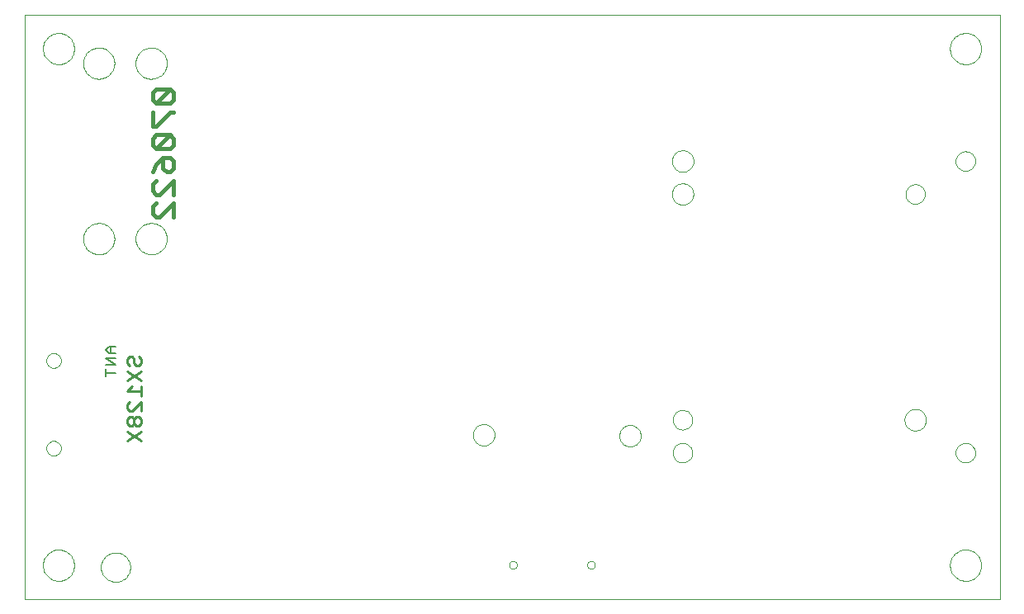
<source format=gbo>
G75*
%MOIN*%
%OFA0B0*%
%FSLAX24Y24*%
%IPPOS*%
%LPD*%
%AMOC8*
5,1,8,0,0,1.08239X$1,22.5*
%
%ADD10C,0.0000*%
%ADD11C,0.0100*%
%ADD12C,0.0080*%
%ADD13C,0.0150*%
D10*
X004227Y002440D02*
X043597Y002440D01*
X043597Y026062D01*
X004227Y026062D01*
X004227Y002440D01*
X004975Y003818D02*
X004977Y003868D01*
X004983Y003918D01*
X004993Y003967D01*
X005007Y004015D01*
X005024Y004062D01*
X005045Y004107D01*
X005070Y004151D01*
X005098Y004192D01*
X005130Y004231D01*
X005164Y004268D01*
X005201Y004302D01*
X005241Y004332D01*
X005283Y004359D01*
X005327Y004383D01*
X005373Y004404D01*
X005420Y004420D01*
X005468Y004433D01*
X005518Y004442D01*
X005567Y004447D01*
X005618Y004448D01*
X005668Y004445D01*
X005717Y004438D01*
X005766Y004427D01*
X005814Y004412D01*
X005860Y004394D01*
X005905Y004372D01*
X005948Y004346D01*
X005989Y004317D01*
X006028Y004285D01*
X006064Y004250D01*
X006096Y004212D01*
X006126Y004172D01*
X006153Y004129D01*
X006176Y004085D01*
X006195Y004039D01*
X006211Y003991D01*
X006223Y003942D01*
X006231Y003893D01*
X006235Y003843D01*
X006235Y003793D01*
X006231Y003743D01*
X006223Y003694D01*
X006211Y003645D01*
X006195Y003597D01*
X006176Y003551D01*
X006153Y003507D01*
X006126Y003464D01*
X006096Y003424D01*
X006064Y003386D01*
X006028Y003351D01*
X005989Y003319D01*
X005948Y003290D01*
X005905Y003264D01*
X005860Y003242D01*
X005814Y003224D01*
X005766Y003209D01*
X005717Y003198D01*
X005668Y003191D01*
X005618Y003188D01*
X005567Y003189D01*
X005518Y003194D01*
X005468Y003203D01*
X005420Y003216D01*
X005373Y003232D01*
X005327Y003253D01*
X005283Y003277D01*
X005241Y003304D01*
X005201Y003334D01*
X005164Y003368D01*
X005130Y003405D01*
X005098Y003444D01*
X005070Y003485D01*
X005045Y003529D01*
X005024Y003574D01*
X005007Y003621D01*
X004993Y003669D01*
X004983Y003718D01*
X004977Y003768D01*
X004975Y003818D01*
X007317Y003739D02*
X007319Y003787D01*
X007325Y003835D01*
X007335Y003882D01*
X007348Y003928D01*
X007366Y003973D01*
X007386Y004017D01*
X007411Y004059D01*
X007439Y004098D01*
X007469Y004135D01*
X007503Y004169D01*
X007540Y004201D01*
X007578Y004230D01*
X007619Y004255D01*
X007662Y004277D01*
X007707Y004295D01*
X007753Y004309D01*
X007800Y004320D01*
X007848Y004327D01*
X007896Y004330D01*
X007944Y004329D01*
X007992Y004324D01*
X008040Y004315D01*
X008086Y004303D01*
X008131Y004286D01*
X008175Y004266D01*
X008217Y004243D01*
X008257Y004216D01*
X008295Y004186D01*
X008330Y004153D01*
X008362Y004117D01*
X008392Y004079D01*
X008418Y004038D01*
X008440Y003995D01*
X008460Y003951D01*
X008475Y003906D01*
X008487Y003859D01*
X008495Y003811D01*
X008499Y003763D01*
X008499Y003715D01*
X008495Y003667D01*
X008487Y003619D01*
X008475Y003572D01*
X008460Y003527D01*
X008440Y003483D01*
X008418Y003440D01*
X008392Y003399D01*
X008362Y003361D01*
X008330Y003325D01*
X008295Y003292D01*
X008257Y003262D01*
X008217Y003235D01*
X008175Y003212D01*
X008131Y003192D01*
X008086Y003175D01*
X008040Y003163D01*
X007992Y003154D01*
X007944Y003149D01*
X007896Y003148D01*
X007848Y003151D01*
X007800Y003158D01*
X007753Y003169D01*
X007707Y003183D01*
X007662Y003201D01*
X007619Y003223D01*
X007578Y003248D01*
X007540Y003277D01*
X007503Y003309D01*
X007469Y003343D01*
X007439Y003380D01*
X007411Y003419D01*
X007386Y003461D01*
X007366Y003505D01*
X007348Y003550D01*
X007335Y003596D01*
X007325Y003643D01*
X007319Y003691D01*
X007317Y003739D01*
X005113Y008542D02*
X005115Y008576D01*
X005121Y008610D01*
X005131Y008643D01*
X005144Y008674D01*
X005162Y008704D01*
X005182Y008732D01*
X005206Y008757D01*
X005232Y008779D01*
X005260Y008797D01*
X005291Y008813D01*
X005323Y008825D01*
X005357Y008833D01*
X005391Y008837D01*
X005425Y008837D01*
X005459Y008833D01*
X005493Y008825D01*
X005525Y008813D01*
X005555Y008797D01*
X005584Y008779D01*
X005610Y008757D01*
X005634Y008732D01*
X005654Y008704D01*
X005672Y008674D01*
X005685Y008643D01*
X005695Y008610D01*
X005701Y008576D01*
X005703Y008542D01*
X005701Y008508D01*
X005695Y008474D01*
X005685Y008441D01*
X005672Y008410D01*
X005654Y008380D01*
X005634Y008352D01*
X005610Y008327D01*
X005584Y008305D01*
X005556Y008287D01*
X005525Y008271D01*
X005493Y008259D01*
X005459Y008251D01*
X005425Y008247D01*
X005391Y008247D01*
X005357Y008251D01*
X005323Y008259D01*
X005291Y008271D01*
X005260Y008287D01*
X005232Y008305D01*
X005206Y008327D01*
X005182Y008352D01*
X005162Y008380D01*
X005144Y008410D01*
X005131Y008441D01*
X005121Y008474D01*
X005115Y008508D01*
X005113Y008542D01*
X005113Y012086D02*
X005115Y012120D01*
X005121Y012154D01*
X005131Y012187D01*
X005144Y012218D01*
X005162Y012248D01*
X005182Y012276D01*
X005206Y012301D01*
X005232Y012323D01*
X005260Y012341D01*
X005291Y012357D01*
X005323Y012369D01*
X005357Y012377D01*
X005391Y012381D01*
X005425Y012381D01*
X005459Y012377D01*
X005493Y012369D01*
X005525Y012357D01*
X005555Y012341D01*
X005584Y012323D01*
X005610Y012301D01*
X005634Y012276D01*
X005654Y012248D01*
X005672Y012218D01*
X005685Y012187D01*
X005695Y012154D01*
X005701Y012120D01*
X005703Y012086D01*
X005701Y012052D01*
X005695Y012018D01*
X005685Y011985D01*
X005672Y011954D01*
X005654Y011924D01*
X005634Y011896D01*
X005610Y011871D01*
X005584Y011849D01*
X005556Y011831D01*
X005525Y011815D01*
X005493Y011803D01*
X005459Y011795D01*
X005425Y011791D01*
X005391Y011791D01*
X005357Y011795D01*
X005323Y011803D01*
X005291Y011815D01*
X005260Y011831D01*
X005232Y011849D01*
X005206Y011871D01*
X005182Y011896D01*
X005162Y011924D01*
X005144Y011954D01*
X005131Y011985D01*
X005121Y012018D01*
X005115Y012052D01*
X005113Y012086D01*
X006601Y017007D02*
X006603Y017057D01*
X006609Y017107D01*
X006619Y017156D01*
X006633Y017204D01*
X006650Y017251D01*
X006671Y017296D01*
X006696Y017340D01*
X006724Y017381D01*
X006756Y017420D01*
X006790Y017457D01*
X006827Y017491D01*
X006867Y017521D01*
X006909Y017548D01*
X006953Y017572D01*
X006999Y017593D01*
X007046Y017609D01*
X007094Y017622D01*
X007144Y017631D01*
X007193Y017636D01*
X007244Y017637D01*
X007294Y017634D01*
X007343Y017627D01*
X007392Y017616D01*
X007440Y017601D01*
X007486Y017583D01*
X007531Y017561D01*
X007574Y017535D01*
X007615Y017506D01*
X007654Y017474D01*
X007690Y017439D01*
X007722Y017401D01*
X007752Y017361D01*
X007779Y017318D01*
X007802Y017274D01*
X007821Y017228D01*
X007837Y017180D01*
X007849Y017131D01*
X007857Y017082D01*
X007861Y017032D01*
X007861Y016982D01*
X007857Y016932D01*
X007849Y016883D01*
X007837Y016834D01*
X007821Y016786D01*
X007802Y016740D01*
X007779Y016696D01*
X007752Y016653D01*
X007722Y016613D01*
X007690Y016575D01*
X007654Y016540D01*
X007615Y016508D01*
X007574Y016479D01*
X007531Y016453D01*
X007486Y016431D01*
X007440Y016413D01*
X007392Y016398D01*
X007343Y016387D01*
X007294Y016380D01*
X007244Y016377D01*
X007193Y016378D01*
X007144Y016383D01*
X007094Y016392D01*
X007046Y016405D01*
X006999Y016421D01*
X006953Y016442D01*
X006909Y016466D01*
X006867Y016493D01*
X006827Y016523D01*
X006790Y016557D01*
X006756Y016594D01*
X006724Y016633D01*
X006696Y016674D01*
X006671Y016718D01*
X006650Y016763D01*
X006633Y016810D01*
X006619Y016858D01*
X006609Y016907D01*
X006603Y016957D01*
X006601Y017007D01*
X008715Y017007D02*
X008717Y017057D01*
X008723Y017107D01*
X008733Y017156D01*
X008747Y017204D01*
X008764Y017251D01*
X008785Y017296D01*
X008810Y017340D01*
X008838Y017381D01*
X008870Y017420D01*
X008904Y017457D01*
X008941Y017491D01*
X008981Y017521D01*
X009023Y017548D01*
X009067Y017572D01*
X009113Y017593D01*
X009160Y017609D01*
X009208Y017622D01*
X009258Y017631D01*
X009307Y017636D01*
X009358Y017637D01*
X009408Y017634D01*
X009457Y017627D01*
X009506Y017616D01*
X009554Y017601D01*
X009600Y017583D01*
X009645Y017561D01*
X009688Y017535D01*
X009729Y017506D01*
X009768Y017474D01*
X009804Y017439D01*
X009836Y017401D01*
X009866Y017361D01*
X009893Y017318D01*
X009916Y017274D01*
X009935Y017228D01*
X009951Y017180D01*
X009963Y017131D01*
X009971Y017082D01*
X009975Y017032D01*
X009975Y016982D01*
X009971Y016932D01*
X009963Y016883D01*
X009951Y016834D01*
X009935Y016786D01*
X009916Y016740D01*
X009893Y016696D01*
X009866Y016653D01*
X009836Y016613D01*
X009804Y016575D01*
X009768Y016540D01*
X009729Y016508D01*
X009688Y016479D01*
X009645Y016453D01*
X009600Y016431D01*
X009554Y016413D01*
X009506Y016398D01*
X009457Y016387D01*
X009408Y016380D01*
X009358Y016377D01*
X009307Y016378D01*
X009258Y016383D01*
X009208Y016392D01*
X009160Y016405D01*
X009113Y016421D01*
X009067Y016442D01*
X009023Y016466D01*
X008981Y016493D01*
X008941Y016523D01*
X008904Y016557D01*
X008870Y016594D01*
X008838Y016633D01*
X008810Y016674D01*
X008785Y016718D01*
X008764Y016763D01*
X008747Y016810D01*
X008733Y016858D01*
X008723Y016907D01*
X008717Y016957D01*
X008715Y017007D01*
X008715Y024094D02*
X008717Y024144D01*
X008723Y024194D01*
X008733Y024243D01*
X008747Y024291D01*
X008764Y024338D01*
X008785Y024383D01*
X008810Y024427D01*
X008838Y024468D01*
X008870Y024507D01*
X008904Y024544D01*
X008941Y024578D01*
X008981Y024608D01*
X009023Y024635D01*
X009067Y024659D01*
X009113Y024680D01*
X009160Y024696D01*
X009208Y024709D01*
X009258Y024718D01*
X009307Y024723D01*
X009358Y024724D01*
X009408Y024721D01*
X009457Y024714D01*
X009506Y024703D01*
X009554Y024688D01*
X009600Y024670D01*
X009645Y024648D01*
X009688Y024622D01*
X009729Y024593D01*
X009768Y024561D01*
X009804Y024526D01*
X009836Y024488D01*
X009866Y024448D01*
X009893Y024405D01*
X009916Y024361D01*
X009935Y024315D01*
X009951Y024267D01*
X009963Y024218D01*
X009971Y024169D01*
X009975Y024119D01*
X009975Y024069D01*
X009971Y024019D01*
X009963Y023970D01*
X009951Y023921D01*
X009935Y023873D01*
X009916Y023827D01*
X009893Y023783D01*
X009866Y023740D01*
X009836Y023700D01*
X009804Y023662D01*
X009768Y023627D01*
X009729Y023595D01*
X009688Y023566D01*
X009645Y023540D01*
X009600Y023518D01*
X009554Y023500D01*
X009506Y023485D01*
X009457Y023474D01*
X009408Y023467D01*
X009358Y023464D01*
X009307Y023465D01*
X009258Y023470D01*
X009208Y023479D01*
X009160Y023492D01*
X009113Y023508D01*
X009067Y023529D01*
X009023Y023553D01*
X008981Y023580D01*
X008941Y023610D01*
X008904Y023644D01*
X008870Y023681D01*
X008838Y023720D01*
X008810Y023761D01*
X008785Y023805D01*
X008764Y023850D01*
X008747Y023897D01*
X008733Y023945D01*
X008723Y023994D01*
X008717Y024044D01*
X008715Y024094D01*
X006601Y024094D02*
X006603Y024144D01*
X006609Y024194D01*
X006619Y024243D01*
X006633Y024291D01*
X006650Y024338D01*
X006671Y024383D01*
X006696Y024427D01*
X006724Y024468D01*
X006756Y024507D01*
X006790Y024544D01*
X006827Y024578D01*
X006867Y024608D01*
X006909Y024635D01*
X006953Y024659D01*
X006999Y024680D01*
X007046Y024696D01*
X007094Y024709D01*
X007144Y024718D01*
X007193Y024723D01*
X007244Y024724D01*
X007294Y024721D01*
X007343Y024714D01*
X007392Y024703D01*
X007440Y024688D01*
X007486Y024670D01*
X007531Y024648D01*
X007574Y024622D01*
X007615Y024593D01*
X007654Y024561D01*
X007690Y024526D01*
X007722Y024488D01*
X007752Y024448D01*
X007779Y024405D01*
X007802Y024361D01*
X007821Y024315D01*
X007837Y024267D01*
X007849Y024218D01*
X007857Y024169D01*
X007861Y024119D01*
X007861Y024069D01*
X007857Y024019D01*
X007849Y023970D01*
X007837Y023921D01*
X007821Y023873D01*
X007802Y023827D01*
X007779Y023783D01*
X007752Y023740D01*
X007722Y023700D01*
X007690Y023662D01*
X007654Y023627D01*
X007615Y023595D01*
X007574Y023566D01*
X007531Y023540D01*
X007486Y023518D01*
X007440Y023500D01*
X007392Y023485D01*
X007343Y023474D01*
X007294Y023467D01*
X007244Y023464D01*
X007193Y023465D01*
X007144Y023470D01*
X007094Y023479D01*
X007046Y023492D01*
X006999Y023508D01*
X006953Y023529D01*
X006909Y023553D01*
X006867Y023580D01*
X006827Y023610D01*
X006790Y023644D01*
X006756Y023681D01*
X006724Y023720D01*
X006696Y023761D01*
X006671Y023805D01*
X006650Y023850D01*
X006633Y023897D01*
X006619Y023945D01*
X006609Y023994D01*
X006603Y024044D01*
X006601Y024094D01*
X004975Y024684D02*
X004977Y024734D01*
X004983Y024784D01*
X004993Y024833D01*
X005007Y024881D01*
X005024Y024928D01*
X005045Y024973D01*
X005070Y025017D01*
X005098Y025058D01*
X005130Y025097D01*
X005164Y025134D01*
X005201Y025168D01*
X005241Y025198D01*
X005283Y025225D01*
X005327Y025249D01*
X005373Y025270D01*
X005420Y025286D01*
X005468Y025299D01*
X005518Y025308D01*
X005567Y025313D01*
X005618Y025314D01*
X005668Y025311D01*
X005717Y025304D01*
X005766Y025293D01*
X005814Y025278D01*
X005860Y025260D01*
X005905Y025238D01*
X005948Y025212D01*
X005989Y025183D01*
X006028Y025151D01*
X006064Y025116D01*
X006096Y025078D01*
X006126Y025038D01*
X006153Y024995D01*
X006176Y024951D01*
X006195Y024905D01*
X006211Y024857D01*
X006223Y024808D01*
X006231Y024759D01*
X006235Y024709D01*
X006235Y024659D01*
X006231Y024609D01*
X006223Y024560D01*
X006211Y024511D01*
X006195Y024463D01*
X006176Y024417D01*
X006153Y024373D01*
X006126Y024330D01*
X006096Y024290D01*
X006064Y024252D01*
X006028Y024217D01*
X005989Y024185D01*
X005948Y024156D01*
X005905Y024130D01*
X005860Y024108D01*
X005814Y024090D01*
X005766Y024075D01*
X005717Y024064D01*
X005668Y024057D01*
X005618Y024054D01*
X005567Y024055D01*
X005518Y024060D01*
X005468Y024069D01*
X005420Y024082D01*
X005373Y024098D01*
X005327Y024119D01*
X005283Y024143D01*
X005241Y024170D01*
X005201Y024200D01*
X005164Y024234D01*
X005130Y024271D01*
X005098Y024310D01*
X005070Y024351D01*
X005045Y024395D01*
X005024Y024440D01*
X005007Y024487D01*
X004993Y024535D01*
X004983Y024584D01*
X004977Y024634D01*
X004975Y024684D01*
X030368Y020141D02*
X030370Y020182D01*
X030376Y020223D01*
X030386Y020263D01*
X030399Y020302D01*
X030416Y020339D01*
X030437Y020375D01*
X030461Y020409D01*
X030488Y020440D01*
X030517Y020468D01*
X030550Y020494D01*
X030584Y020516D01*
X030621Y020535D01*
X030659Y020550D01*
X030699Y020562D01*
X030739Y020570D01*
X030780Y020574D01*
X030822Y020574D01*
X030863Y020570D01*
X030903Y020562D01*
X030943Y020550D01*
X030981Y020535D01*
X031017Y020516D01*
X031052Y020494D01*
X031085Y020468D01*
X031114Y020440D01*
X031141Y020409D01*
X031165Y020375D01*
X031186Y020339D01*
X031203Y020302D01*
X031216Y020263D01*
X031226Y020223D01*
X031232Y020182D01*
X031234Y020141D01*
X031232Y020100D01*
X031226Y020059D01*
X031216Y020019D01*
X031203Y019980D01*
X031186Y019943D01*
X031165Y019907D01*
X031141Y019873D01*
X031114Y019842D01*
X031085Y019814D01*
X031052Y019788D01*
X031018Y019766D01*
X030981Y019747D01*
X030943Y019732D01*
X030903Y019720D01*
X030863Y019712D01*
X030822Y019708D01*
X030780Y019708D01*
X030739Y019712D01*
X030699Y019720D01*
X030659Y019732D01*
X030621Y019747D01*
X030585Y019766D01*
X030550Y019788D01*
X030517Y019814D01*
X030488Y019842D01*
X030461Y019873D01*
X030437Y019907D01*
X030416Y019943D01*
X030399Y019980D01*
X030386Y020019D01*
X030376Y020059D01*
X030370Y020100D01*
X030368Y020141D01*
X030364Y018810D02*
X030366Y018851D01*
X030372Y018892D01*
X030382Y018932D01*
X030395Y018971D01*
X030412Y019008D01*
X030433Y019044D01*
X030457Y019078D01*
X030484Y019109D01*
X030513Y019137D01*
X030546Y019163D01*
X030580Y019185D01*
X030617Y019204D01*
X030655Y019219D01*
X030695Y019231D01*
X030735Y019239D01*
X030776Y019243D01*
X030818Y019243D01*
X030859Y019239D01*
X030899Y019231D01*
X030939Y019219D01*
X030977Y019204D01*
X031013Y019185D01*
X031048Y019163D01*
X031081Y019137D01*
X031110Y019109D01*
X031137Y019078D01*
X031161Y019044D01*
X031182Y019008D01*
X031199Y018971D01*
X031212Y018932D01*
X031222Y018892D01*
X031228Y018851D01*
X031230Y018810D01*
X031228Y018769D01*
X031222Y018728D01*
X031212Y018688D01*
X031199Y018649D01*
X031182Y018612D01*
X031161Y018576D01*
X031137Y018542D01*
X031110Y018511D01*
X031081Y018483D01*
X031048Y018457D01*
X031014Y018435D01*
X030977Y018416D01*
X030939Y018401D01*
X030899Y018389D01*
X030859Y018381D01*
X030818Y018377D01*
X030776Y018377D01*
X030735Y018381D01*
X030695Y018389D01*
X030655Y018401D01*
X030617Y018416D01*
X030581Y018435D01*
X030546Y018457D01*
X030513Y018483D01*
X030484Y018511D01*
X030457Y018542D01*
X030433Y018576D01*
X030412Y018612D01*
X030395Y018649D01*
X030382Y018688D01*
X030372Y018728D01*
X030366Y018769D01*
X030364Y018810D01*
X039793Y018810D02*
X039795Y018849D01*
X039801Y018888D01*
X039811Y018926D01*
X039824Y018963D01*
X039841Y018998D01*
X039861Y019032D01*
X039885Y019063D01*
X039912Y019092D01*
X039941Y019118D01*
X039973Y019141D01*
X040007Y019161D01*
X040043Y019177D01*
X040080Y019189D01*
X040119Y019198D01*
X040158Y019203D01*
X040197Y019204D01*
X040236Y019201D01*
X040275Y019194D01*
X040312Y019183D01*
X040349Y019169D01*
X040384Y019151D01*
X040417Y019130D01*
X040448Y019105D01*
X040476Y019078D01*
X040501Y019048D01*
X040523Y019015D01*
X040542Y018981D01*
X040557Y018945D01*
X040569Y018907D01*
X040577Y018869D01*
X040581Y018830D01*
X040581Y018790D01*
X040577Y018751D01*
X040569Y018713D01*
X040557Y018675D01*
X040542Y018639D01*
X040523Y018605D01*
X040501Y018572D01*
X040476Y018542D01*
X040448Y018515D01*
X040417Y018490D01*
X040384Y018469D01*
X040349Y018451D01*
X040312Y018437D01*
X040275Y018426D01*
X040236Y018419D01*
X040197Y018416D01*
X040158Y018417D01*
X040119Y018422D01*
X040080Y018431D01*
X040043Y018443D01*
X040007Y018459D01*
X039973Y018479D01*
X039941Y018502D01*
X039912Y018528D01*
X039885Y018557D01*
X039861Y018588D01*
X039841Y018622D01*
X039824Y018657D01*
X039811Y018694D01*
X039801Y018732D01*
X039795Y018771D01*
X039793Y018810D01*
X041817Y020141D02*
X041819Y020180D01*
X041825Y020219D01*
X041835Y020257D01*
X041848Y020294D01*
X041865Y020329D01*
X041885Y020363D01*
X041909Y020394D01*
X041936Y020423D01*
X041965Y020449D01*
X041997Y020472D01*
X042031Y020492D01*
X042067Y020508D01*
X042104Y020520D01*
X042143Y020529D01*
X042182Y020534D01*
X042221Y020535D01*
X042260Y020532D01*
X042299Y020525D01*
X042336Y020514D01*
X042373Y020500D01*
X042408Y020482D01*
X042441Y020461D01*
X042472Y020436D01*
X042500Y020409D01*
X042525Y020379D01*
X042547Y020346D01*
X042566Y020312D01*
X042581Y020276D01*
X042593Y020238D01*
X042601Y020200D01*
X042605Y020161D01*
X042605Y020121D01*
X042601Y020082D01*
X042593Y020044D01*
X042581Y020006D01*
X042566Y019970D01*
X042547Y019936D01*
X042525Y019903D01*
X042500Y019873D01*
X042472Y019846D01*
X042441Y019821D01*
X042408Y019800D01*
X042373Y019782D01*
X042336Y019768D01*
X042299Y019757D01*
X042260Y019750D01*
X042221Y019747D01*
X042182Y019748D01*
X042143Y019753D01*
X042104Y019762D01*
X042067Y019774D01*
X042031Y019790D01*
X041997Y019810D01*
X041965Y019833D01*
X041936Y019859D01*
X041909Y019888D01*
X041885Y019919D01*
X041865Y019953D01*
X041848Y019988D01*
X041835Y020025D01*
X041825Y020063D01*
X041819Y020102D01*
X041817Y020141D01*
X041589Y024684D02*
X041591Y024734D01*
X041597Y024784D01*
X041607Y024833D01*
X041621Y024881D01*
X041638Y024928D01*
X041659Y024973D01*
X041684Y025017D01*
X041712Y025058D01*
X041744Y025097D01*
X041778Y025134D01*
X041815Y025168D01*
X041855Y025198D01*
X041897Y025225D01*
X041941Y025249D01*
X041987Y025270D01*
X042034Y025286D01*
X042082Y025299D01*
X042132Y025308D01*
X042181Y025313D01*
X042232Y025314D01*
X042282Y025311D01*
X042331Y025304D01*
X042380Y025293D01*
X042428Y025278D01*
X042474Y025260D01*
X042519Y025238D01*
X042562Y025212D01*
X042603Y025183D01*
X042642Y025151D01*
X042678Y025116D01*
X042710Y025078D01*
X042740Y025038D01*
X042767Y024995D01*
X042790Y024951D01*
X042809Y024905D01*
X042825Y024857D01*
X042837Y024808D01*
X042845Y024759D01*
X042849Y024709D01*
X042849Y024659D01*
X042845Y024609D01*
X042837Y024560D01*
X042825Y024511D01*
X042809Y024463D01*
X042790Y024417D01*
X042767Y024373D01*
X042740Y024330D01*
X042710Y024290D01*
X042678Y024252D01*
X042642Y024217D01*
X042603Y024185D01*
X042562Y024156D01*
X042519Y024130D01*
X042474Y024108D01*
X042428Y024090D01*
X042380Y024075D01*
X042331Y024064D01*
X042282Y024057D01*
X042232Y024054D01*
X042181Y024055D01*
X042132Y024060D01*
X042082Y024069D01*
X042034Y024082D01*
X041987Y024098D01*
X041941Y024119D01*
X041897Y024143D01*
X041855Y024170D01*
X041815Y024200D01*
X041778Y024234D01*
X041744Y024271D01*
X041712Y024310D01*
X041684Y024351D01*
X041659Y024395D01*
X041638Y024440D01*
X041621Y024487D01*
X041607Y024535D01*
X041597Y024584D01*
X041591Y024634D01*
X041589Y024684D01*
X039754Y009692D02*
X039756Y009733D01*
X039762Y009774D01*
X039772Y009814D01*
X039785Y009853D01*
X039802Y009890D01*
X039823Y009926D01*
X039847Y009960D01*
X039874Y009991D01*
X039903Y010019D01*
X039936Y010045D01*
X039970Y010067D01*
X040007Y010086D01*
X040045Y010101D01*
X040085Y010113D01*
X040125Y010121D01*
X040166Y010125D01*
X040208Y010125D01*
X040249Y010121D01*
X040289Y010113D01*
X040329Y010101D01*
X040367Y010086D01*
X040403Y010067D01*
X040438Y010045D01*
X040471Y010019D01*
X040500Y009991D01*
X040527Y009960D01*
X040551Y009926D01*
X040572Y009890D01*
X040589Y009853D01*
X040602Y009814D01*
X040612Y009774D01*
X040618Y009733D01*
X040620Y009692D01*
X040618Y009651D01*
X040612Y009610D01*
X040602Y009570D01*
X040589Y009531D01*
X040572Y009494D01*
X040551Y009458D01*
X040527Y009424D01*
X040500Y009393D01*
X040471Y009365D01*
X040438Y009339D01*
X040404Y009317D01*
X040367Y009298D01*
X040329Y009283D01*
X040289Y009271D01*
X040249Y009263D01*
X040208Y009259D01*
X040166Y009259D01*
X040125Y009263D01*
X040085Y009271D01*
X040045Y009283D01*
X040007Y009298D01*
X039971Y009317D01*
X039936Y009339D01*
X039903Y009365D01*
X039874Y009393D01*
X039847Y009424D01*
X039823Y009458D01*
X039802Y009494D01*
X039785Y009531D01*
X039772Y009570D01*
X039762Y009610D01*
X039756Y009651D01*
X039754Y009692D01*
X041817Y008361D02*
X041819Y008400D01*
X041825Y008439D01*
X041835Y008477D01*
X041848Y008514D01*
X041865Y008549D01*
X041885Y008583D01*
X041909Y008614D01*
X041936Y008643D01*
X041965Y008669D01*
X041997Y008692D01*
X042031Y008712D01*
X042067Y008728D01*
X042104Y008740D01*
X042143Y008749D01*
X042182Y008754D01*
X042221Y008755D01*
X042260Y008752D01*
X042299Y008745D01*
X042336Y008734D01*
X042373Y008720D01*
X042408Y008702D01*
X042441Y008681D01*
X042472Y008656D01*
X042500Y008629D01*
X042525Y008599D01*
X042547Y008566D01*
X042566Y008532D01*
X042581Y008496D01*
X042593Y008458D01*
X042601Y008420D01*
X042605Y008381D01*
X042605Y008341D01*
X042601Y008302D01*
X042593Y008264D01*
X042581Y008226D01*
X042566Y008190D01*
X042547Y008156D01*
X042525Y008123D01*
X042500Y008093D01*
X042472Y008066D01*
X042441Y008041D01*
X042408Y008020D01*
X042373Y008002D01*
X042336Y007988D01*
X042299Y007977D01*
X042260Y007970D01*
X042221Y007967D01*
X042182Y007968D01*
X042143Y007973D01*
X042104Y007982D01*
X042067Y007994D01*
X042031Y008010D01*
X041997Y008030D01*
X041965Y008053D01*
X041936Y008079D01*
X041909Y008108D01*
X041885Y008139D01*
X041865Y008173D01*
X041848Y008208D01*
X041835Y008245D01*
X041825Y008283D01*
X041819Y008322D01*
X041817Y008361D01*
X041589Y003818D02*
X041591Y003868D01*
X041597Y003918D01*
X041607Y003967D01*
X041621Y004015D01*
X041638Y004062D01*
X041659Y004107D01*
X041684Y004151D01*
X041712Y004192D01*
X041744Y004231D01*
X041778Y004268D01*
X041815Y004302D01*
X041855Y004332D01*
X041897Y004359D01*
X041941Y004383D01*
X041987Y004404D01*
X042034Y004420D01*
X042082Y004433D01*
X042132Y004442D01*
X042181Y004447D01*
X042232Y004448D01*
X042282Y004445D01*
X042331Y004438D01*
X042380Y004427D01*
X042428Y004412D01*
X042474Y004394D01*
X042519Y004372D01*
X042562Y004346D01*
X042603Y004317D01*
X042642Y004285D01*
X042678Y004250D01*
X042710Y004212D01*
X042740Y004172D01*
X042767Y004129D01*
X042790Y004085D01*
X042809Y004039D01*
X042825Y003991D01*
X042837Y003942D01*
X042845Y003893D01*
X042849Y003843D01*
X042849Y003793D01*
X042845Y003743D01*
X042837Y003694D01*
X042825Y003645D01*
X042809Y003597D01*
X042790Y003551D01*
X042767Y003507D01*
X042740Y003464D01*
X042710Y003424D01*
X042678Y003386D01*
X042642Y003351D01*
X042603Y003319D01*
X042562Y003290D01*
X042519Y003264D01*
X042474Y003242D01*
X042428Y003224D01*
X042380Y003209D01*
X042331Y003198D01*
X042282Y003191D01*
X042232Y003188D01*
X042181Y003189D01*
X042132Y003194D01*
X042082Y003203D01*
X042034Y003216D01*
X041987Y003232D01*
X041941Y003253D01*
X041897Y003277D01*
X041855Y003304D01*
X041815Y003334D01*
X041778Y003368D01*
X041744Y003405D01*
X041712Y003444D01*
X041684Y003485D01*
X041659Y003529D01*
X041638Y003574D01*
X041621Y003621D01*
X041607Y003669D01*
X041597Y003718D01*
X041591Y003768D01*
X041589Y003818D01*
X030400Y008361D02*
X030402Y008400D01*
X030408Y008439D01*
X030418Y008477D01*
X030431Y008514D01*
X030448Y008549D01*
X030468Y008583D01*
X030492Y008614D01*
X030519Y008643D01*
X030548Y008669D01*
X030580Y008692D01*
X030614Y008712D01*
X030650Y008728D01*
X030687Y008740D01*
X030726Y008749D01*
X030765Y008754D01*
X030804Y008755D01*
X030843Y008752D01*
X030882Y008745D01*
X030919Y008734D01*
X030956Y008720D01*
X030991Y008702D01*
X031024Y008681D01*
X031055Y008656D01*
X031083Y008629D01*
X031108Y008599D01*
X031130Y008566D01*
X031149Y008532D01*
X031164Y008496D01*
X031176Y008458D01*
X031184Y008420D01*
X031188Y008381D01*
X031188Y008341D01*
X031184Y008302D01*
X031176Y008264D01*
X031164Y008226D01*
X031149Y008190D01*
X031130Y008156D01*
X031108Y008123D01*
X031083Y008093D01*
X031055Y008066D01*
X031024Y008041D01*
X030991Y008020D01*
X030956Y008002D01*
X030919Y007988D01*
X030882Y007977D01*
X030843Y007970D01*
X030804Y007967D01*
X030765Y007968D01*
X030726Y007973D01*
X030687Y007982D01*
X030650Y007994D01*
X030614Y008010D01*
X030580Y008030D01*
X030548Y008053D01*
X030519Y008079D01*
X030492Y008108D01*
X030468Y008139D01*
X030448Y008173D01*
X030431Y008208D01*
X030418Y008245D01*
X030408Y008283D01*
X030402Y008322D01*
X030400Y008361D01*
X028242Y009046D02*
X028244Y009087D01*
X028250Y009128D01*
X028260Y009168D01*
X028273Y009207D01*
X028290Y009244D01*
X028311Y009280D01*
X028335Y009314D01*
X028362Y009345D01*
X028391Y009373D01*
X028424Y009399D01*
X028458Y009421D01*
X028495Y009440D01*
X028533Y009455D01*
X028573Y009467D01*
X028613Y009475D01*
X028654Y009479D01*
X028696Y009479D01*
X028737Y009475D01*
X028777Y009467D01*
X028817Y009455D01*
X028855Y009440D01*
X028891Y009421D01*
X028926Y009399D01*
X028959Y009373D01*
X028988Y009345D01*
X029015Y009314D01*
X029039Y009280D01*
X029060Y009244D01*
X029077Y009207D01*
X029090Y009168D01*
X029100Y009128D01*
X029106Y009087D01*
X029108Y009046D01*
X029106Y009005D01*
X029100Y008964D01*
X029090Y008924D01*
X029077Y008885D01*
X029060Y008848D01*
X029039Y008812D01*
X029015Y008778D01*
X028988Y008747D01*
X028959Y008719D01*
X028926Y008693D01*
X028892Y008671D01*
X028855Y008652D01*
X028817Y008637D01*
X028777Y008625D01*
X028737Y008617D01*
X028696Y008613D01*
X028654Y008613D01*
X028613Y008617D01*
X028573Y008625D01*
X028533Y008637D01*
X028495Y008652D01*
X028459Y008671D01*
X028424Y008693D01*
X028391Y008719D01*
X028362Y008747D01*
X028335Y008778D01*
X028311Y008812D01*
X028290Y008848D01*
X028273Y008885D01*
X028260Y008924D01*
X028250Y008964D01*
X028244Y009005D01*
X028242Y009046D01*
X030403Y009692D02*
X030405Y009731D01*
X030411Y009770D01*
X030421Y009808D01*
X030434Y009845D01*
X030451Y009880D01*
X030471Y009914D01*
X030495Y009945D01*
X030522Y009974D01*
X030551Y010000D01*
X030583Y010023D01*
X030617Y010043D01*
X030653Y010059D01*
X030690Y010071D01*
X030729Y010080D01*
X030768Y010085D01*
X030807Y010086D01*
X030846Y010083D01*
X030885Y010076D01*
X030922Y010065D01*
X030959Y010051D01*
X030994Y010033D01*
X031027Y010012D01*
X031058Y009987D01*
X031086Y009960D01*
X031111Y009930D01*
X031133Y009897D01*
X031152Y009863D01*
X031167Y009827D01*
X031179Y009789D01*
X031187Y009751D01*
X031191Y009712D01*
X031191Y009672D01*
X031187Y009633D01*
X031179Y009595D01*
X031167Y009557D01*
X031152Y009521D01*
X031133Y009487D01*
X031111Y009454D01*
X031086Y009424D01*
X031058Y009397D01*
X031027Y009372D01*
X030994Y009351D01*
X030959Y009333D01*
X030922Y009319D01*
X030885Y009308D01*
X030846Y009301D01*
X030807Y009298D01*
X030768Y009299D01*
X030729Y009304D01*
X030690Y009313D01*
X030653Y009325D01*
X030617Y009341D01*
X030583Y009361D01*
X030551Y009384D01*
X030522Y009410D01*
X030495Y009439D01*
X030471Y009470D01*
X030451Y009504D01*
X030434Y009539D01*
X030421Y009576D01*
X030411Y009614D01*
X030405Y009653D01*
X030403Y009692D01*
X022337Y009086D02*
X022339Y009127D01*
X022345Y009168D01*
X022355Y009208D01*
X022368Y009247D01*
X022385Y009284D01*
X022406Y009320D01*
X022430Y009354D01*
X022457Y009385D01*
X022486Y009413D01*
X022519Y009439D01*
X022553Y009461D01*
X022590Y009480D01*
X022628Y009495D01*
X022668Y009507D01*
X022708Y009515D01*
X022749Y009519D01*
X022791Y009519D01*
X022832Y009515D01*
X022872Y009507D01*
X022912Y009495D01*
X022950Y009480D01*
X022986Y009461D01*
X023021Y009439D01*
X023054Y009413D01*
X023083Y009385D01*
X023110Y009354D01*
X023134Y009320D01*
X023155Y009284D01*
X023172Y009247D01*
X023185Y009208D01*
X023195Y009168D01*
X023201Y009127D01*
X023203Y009086D01*
X023201Y009045D01*
X023195Y009004D01*
X023185Y008964D01*
X023172Y008925D01*
X023155Y008888D01*
X023134Y008852D01*
X023110Y008818D01*
X023083Y008787D01*
X023054Y008759D01*
X023021Y008733D01*
X022987Y008711D01*
X022950Y008692D01*
X022912Y008677D01*
X022872Y008665D01*
X022832Y008657D01*
X022791Y008653D01*
X022749Y008653D01*
X022708Y008657D01*
X022668Y008665D01*
X022628Y008677D01*
X022590Y008692D01*
X022554Y008711D01*
X022519Y008733D01*
X022486Y008759D01*
X022457Y008787D01*
X022430Y008818D01*
X022406Y008852D01*
X022385Y008888D01*
X022368Y008925D01*
X022355Y008964D01*
X022345Y009004D01*
X022339Y009045D01*
X022337Y009086D01*
X023794Y003830D02*
X023796Y003855D01*
X023802Y003879D01*
X023811Y003901D01*
X023824Y003922D01*
X023840Y003941D01*
X023859Y003957D01*
X023880Y003970D01*
X023902Y003979D01*
X023926Y003985D01*
X023951Y003987D01*
X023976Y003985D01*
X024000Y003979D01*
X024022Y003970D01*
X024043Y003957D01*
X024062Y003941D01*
X024078Y003922D01*
X024091Y003901D01*
X024100Y003879D01*
X024106Y003855D01*
X024108Y003830D01*
X024106Y003805D01*
X024100Y003781D01*
X024091Y003759D01*
X024078Y003738D01*
X024062Y003719D01*
X024043Y003703D01*
X024022Y003690D01*
X024000Y003681D01*
X023976Y003675D01*
X023951Y003673D01*
X023926Y003675D01*
X023902Y003681D01*
X023880Y003690D01*
X023859Y003703D01*
X023840Y003719D01*
X023824Y003738D01*
X023811Y003759D01*
X023802Y003781D01*
X023796Y003805D01*
X023794Y003830D01*
X026944Y003830D02*
X026946Y003855D01*
X026952Y003879D01*
X026961Y003901D01*
X026974Y003922D01*
X026990Y003941D01*
X027009Y003957D01*
X027030Y003970D01*
X027052Y003979D01*
X027076Y003985D01*
X027101Y003987D01*
X027126Y003985D01*
X027150Y003979D01*
X027172Y003970D01*
X027193Y003957D01*
X027212Y003941D01*
X027228Y003922D01*
X027241Y003901D01*
X027250Y003879D01*
X027256Y003855D01*
X027258Y003830D01*
X027256Y003805D01*
X027250Y003781D01*
X027241Y003759D01*
X027228Y003738D01*
X027212Y003719D01*
X027193Y003703D01*
X027172Y003690D01*
X027150Y003681D01*
X027126Y003675D01*
X027101Y003673D01*
X027076Y003675D01*
X027052Y003681D01*
X027030Y003690D01*
X027009Y003703D01*
X026990Y003719D01*
X026974Y003738D01*
X026961Y003759D01*
X026952Y003781D01*
X026946Y003805D01*
X026944Y003830D01*
D11*
X008936Y008836D02*
X008376Y009210D01*
X008469Y009444D02*
X008563Y009444D01*
X008656Y009537D01*
X008656Y009724D01*
X008563Y009817D01*
X008469Y009817D01*
X008376Y009724D01*
X008376Y009537D01*
X008469Y009444D01*
X008656Y009537D02*
X008750Y009444D01*
X008843Y009444D01*
X008936Y009537D01*
X008936Y009724D01*
X008843Y009817D01*
X008750Y009817D01*
X008656Y009724D01*
X008563Y010051D02*
X008469Y010051D01*
X008376Y010145D01*
X008376Y010332D01*
X008469Y010425D01*
X008563Y010051D02*
X008936Y010425D01*
X008936Y010051D01*
X008936Y010659D02*
X008936Y011033D01*
X008936Y010846D02*
X008376Y010846D01*
X008563Y011033D01*
X008376Y011267D02*
X008936Y011641D01*
X008843Y011875D02*
X008936Y011968D01*
X008936Y012155D01*
X008843Y012248D01*
X008656Y012155D02*
X008656Y011968D01*
X008750Y011875D01*
X008843Y011875D01*
X008656Y012155D02*
X008563Y012248D01*
X008469Y012248D01*
X008376Y012155D01*
X008376Y011968D01*
X008469Y011875D01*
X008376Y011641D02*
X008936Y011267D01*
X008936Y009210D02*
X008376Y008836D01*
D12*
X007499Y011455D02*
X007499Y011735D01*
X007499Y011595D02*
X007919Y011595D01*
X007919Y011915D02*
X007499Y011915D01*
X007499Y012195D02*
X007919Y011915D01*
X007919Y012195D02*
X007499Y012195D01*
X007639Y012376D02*
X007919Y012376D01*
X007709Y012376D02*
X007709Y012656D01*
X007639Y012656D02*
X007499Y012516D01*
X007639Y012376D01*
X007639Y012656D02*
X007919Y012656D01*
D13*
X009541Y017875D02*
X009399Y018017D01*
X009399Y018300D01*
X009541Y018442D01*
X009541Y018796D02*
X009399Y018938D01*
X009399Y019221D01*
X009541Y019363D01*
X009399Y019717D02*
X009541Y020000D01*
X009825Y020284D01*
X009825Y019858D01*
X009966Y019717D01*
X010108Y019717D01*
X010250Y019858D01*
X010250Y020142D01*
X010108Y020284D01*
X009825Y020284D01*
X010108Y020637D02*
X009541Y020637D01*
X010108Y021204D01*
X010250Y021063D01*
X010250Y020779D01*
X010108Y020637D01*
X009541Y020637D02*
X009399Y020779D01*
X009399Y021063D01*
X009541Y021204D01*
X010108Y021204D01*
X009541Y021558D02*
X010108Y022125D01*
X010250Y022125D01*
X010108Y022479D02*
X010250Y022621D01*
X010250Y022904D01*
X010108Y023046D01*
X009541Y022479D01*
X010108Y022479D01*
X009541Y022479D02*
X009399Y022621D01*
X009399Y022904D01*
X009541Y023046D01*
X010108Y023046D01*
X009399Y022125D02*
X009399Y021558D01*
X009541Y021558D01*
X010250Y019363D02*
X009683Y018796D01*
X009541Y018796D01*
X010250Y018796D02*
X010250Y019363D01*
X010250Y018442D02*
X009683Y017875D01*
X009541Y017875D01*
X010250Y017875D02*
X010250Y018442D01*
M02*

</source>
